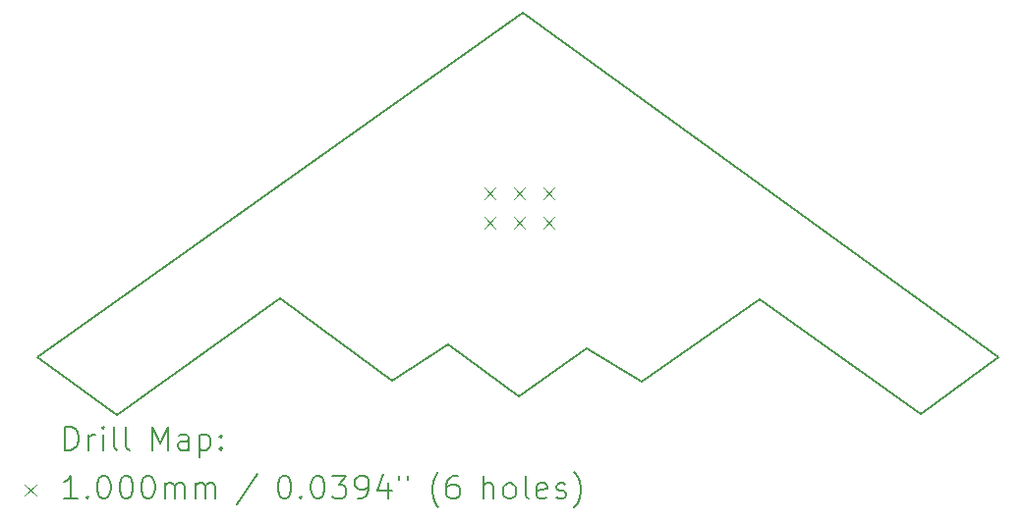
<source format=gbr>
%FSLAX45Y45*%
G04 Gerber Fmt 4.5, Leading zero omitted, Abs format (unit mm)*
G04 Created by KiCad (PCBNEW (6.99.0-2103-gdc6c27b686)) date 2022-07-02 10:55:50*
%MOMM*%
%LPD*%
G01*
G04 APERTURE LIST*
%TA.AperFunction,Profile*%
%ADD10C,0.140000*%
%TD*%
%ADD11C,0.200000*%
%ADD12C,0.100000*%
G04 APERTURE END LIST*
D10*
X18610406Y-9411859D02*
X17941049Y-9906109D01*
X16548675Y-8917608D01*
X15540404Y-9626504D01*
X15063100Y-9338427D01*
X14478472Y-9750773D01*
X13865602Y-9301712D01*
X13388298Y-9618031D01*
X12419567Y-8906311D01*
X11015896Y-9914582D01*
X10329594Y-9414682D01*
X14512185Y-6445418D01*
X18610406Y-9411859D01*
D11*
D12*
X14177500Y-7950000D02*
X14277500Y-8050000D01*
X14277500Y-7950000D02*
X14177500Y-8050000D01*
X14177500Y-8204000D02*
X14277500Y-8304000D01*
X14277500Y-8204000D02*
X14177500Y-8304000D01*
X14431500Y-7950000D02*
X14531500Y-8050000D01*
X14531500Y-7950000D02*
X14431500Y-8050000D01*
X14431500Y-8204000D02*
X14531500Y-8304000D01*
X14531500Y-8204000D02*
X14431500Y-8304000D01*
X14685500Y-7950000D02*
X14785500Y-8050000D01*
X14785500Y-7950000D02*
X14685500Y-8050000D01*
X14685500Y-8204000D02*
X14785500Y-8304000D01*
X14785500Y-8204000D02*
X14685500Y-8304000D01*
D11*
X10570213Y-10215058D02*
X10570213Y-10015058D01*
X10570213Y-10015058D02*
X10617832Y-10015058D01*
X10617832Y-10015058D02*
X10646404Y-10024582D01*
X10646404Y-10024582D02*
X10665451Y-10043629D01*
X10665451Y-10043629D02*
X10674975Y-10062677D01*
X10674975Y-10062677D02*
X10684499Y-10100772D01*
X10684499Y-10100772D02*
X10684499Y-10129343D01*
X10684499Y-10129343D02*
X10674975Y-10167439D01*
X10674975Y-10167439D02*
X10665451Y-10186486D01*
X10665451Y-10186486D02*
X10646404Y-10205534D01*
X10646404Y-10205534D02*
X10617832Y-10215058D01*
X10617832Y-10215058D02*
X10570213Y-10215058D01*
X10770213Y-10215058D02*
X10770213Y-10081724D01*
X10770213Y-10119820D02*
X10779737Y-10100772D01*
X10779737Y-10100772D02*
X10789261Y-10091248D01*
X10789261Y-10091248D02*
X10808309Y-10081724D01*
X10808309Y-10081724D02*
X10827356Y-10081724D01*
X10894023Y-10215058D02*
X10894023Y-10081724D01*
X10894023Y-10015058D02*
X10884499Y-10024582D01*
X10884499Y-10024582D02*
X10894023Y-10034105D01*
X10894023Y-10034105D02*
X10903547Y-10024582D01*
X10903547Y-10024582D02*
X10894023Y-10015058D01*
X10894023Y-10015058D02*
X10894023Y-10034105D01*
X11017832Y-10215058D02*
X10998785Y-10205534D01*
X10998785Y-10205534D02*
X10989261Y-10186486D01*
X10989261Y-10186486D02*
X10989261Y-10015058D01*
X11122594Y-10215058D02*
X11103547Y-10205534D01*
X11103547Y-10205534D02*
X11094023Y-10186486D01*
X11094023Y-10186486D02*
X11094023Y-10015058D01*
X11318785Y-10215058D02*
X11318785Y-10015058D01*
X11318785Y-10015058D02*
X11385451Y-10157915D01*
X11385451Y-10157915D02*
X11452118Y-10015058D01*
X11452118Y-10015058D02*
X11452118Y-10215058D01*
X11633070Y-10215058D02*
X11633070Y-10110296D01*
X11633070Y-10110296D02*
X11623547Y-10091248D01*
X11623547Y-10091248D02*
X11604499Y-10081724D01*
X11604499Y-10081724D02*
X11566404Y-10081724D01*
X11566404Y-10081724D02*
X11547356Y-10091248D01*
X11633070Y-10205534D02*
X11614023Y-10215058D01*
X11614023Y-10215058D02*
X11566404Y-10215058D01*
X11566404Y-10215058D02*
X11547356Y-10205534D01*
X11547356Y-10205534D02*
X11537832Y-10186486D01*
X11537832Y-10186486D02*
X11537832Y-10167439D01*
X11537832Y-10167439D02*
X11547356Y-10148391D01*
X11547356Y-10148391D02*
X11566404Y-10138867D01*
X11566404Y-10138867D02*
X11614023Y-10138867D01*
X11614023Y-10138867D02*
X11633070Y-10129343D01*
X11728308Y-10081724D02*
X11728308Y-10281724D01*
X11728308Y-10091248D02*
X11747356Y-10081724D01*
X11747356Y-10081724D02*
X11785451Y-10081724D01*
X11785451Y-10081724D02*
X11804499Y-10091248D01*
X11804499Y-10091248D02*
X11814023Y-10100772D01*
X11814023Y-10100772D02*
X11823547Y-10119820D01*
X11823547Y-10119820D02*
X11823547Y-10176962D01*
X11823547Y-10176962D02*
X11814023Y-10196010D01*
X11814023Y-10196010D02*
X11804499Y-10205534D01*
X11804499Y-10205534D02*
X11785451Y-10215058D01*
X11785451Y-10215058D02*
X11747356Y-10215058D01*
X11747356Y-10215058D02*
X11728308Y-10205534D01*
X11909261Y-10196010D02*
X11918785Y-10205534D01*
X11918785Y-10205534D02*
X11909261Y-10215058D01*
X11909261Y-10215058D02*
X11899737Y-10205534D01*
X11899737Y-10205534D02*
X11909261Y-10196010D01*
X11909261Y-10196010D02*
X11909261Y-10215058D01*
X11909261Y-10091248D02*
X11918785Y-10100772D01*
X11918785Y-10100772D02*
X11909261Y-10110296D01*
X11909261Y-10110296D02*
X11899737Y-10100772D01*
X11899737Y-10100772D02*
X11909261Y-10091248D01*
X11909261Y-10091248D02*
X11909261Y-10110296D01*
D12*
X10222594Y-10511582D02*
X10322594Y-10611582D01*
X10322594Y-10511582D02*
X10222594Y-10611582D01*
D11*
X10674975Y-10635058D02*
X10560690Y-10635058D01*
X10617832Y-10635058D02*
X10617832Y-10435058D01*
X10617832Y-10435058D02*
X10598785Y-10463629D01*
X10598785Y-10463629D02*
X10579737Y-10482677D01*
X10579737Y-10482677D02*
X10560690Y-10492201D01*
X10760690Y-10616010D02*
X10770213Y-10625534D01*
X10770213Y-10625534D02*
X10760690Y-10635058D01*
X10760690Y-10635058D02*
X10751166Y-10625534D01*
X10751166Y-10625534D02*
X10760690Y-10616010D01*
X10760690Y-10616010D02*
X10760690Y-10635058D01*
X10894023Y-10435058D02*
X10913071Y-10435058D01*
X10913071Y-10435058D02*
X10932118Y-10444582D01*
X10932118Y-10444582D02*
X10941642Y-10454105D01*
X10941642Y-10454105D02*
X10951166Y-10473153D01*
X10951166Y-10473153D02*
X10960690Y-10511248D01*
X10960690Y-10511248D02*
X10960690Y-10558867D01*
X10960690Y-10558867D02*
X10951166Y-10596962D01*
X10951166Y-10596962D02*
X10941642Y-10616010D01*
X10941642Y-10616010D02*
X10932118Y-10625534D01*
X10932118Y-10625534D02*
X10913071Y-10635058D01*
X10913071Y-10635058D02*
X10894023Y-10635058D01*
X10894023Y-10635058D02*
X10874975Y-10625534D01*
X10874975Y-10625534D02*
X10865451Y-10616010D01*
X10865451Y-10616010D02*
X10855928Y-10596962D01*
X10855928Y-10596962D02*
X10846404Y-10558867D01*
X10846404Y-10558867D02*
X10846404Y-10511248D01*
X10846404Y-10511248D02*
X10855928Y-10473153D01*
X10855928Y-10473153D02*
X10865451Y-10454105D01*
X10865451Y-10454105D02*
X10874975Y-10444582D01*
X10874975Y-10444582D02*
X10894023Y-10435058D01*
X11084499Y-10435058D02*
X11103547Y-10435058D01*
X11103547Y-10435058D02*
X11122594Y-10444582D01*
X11122594Y-10444582D02*
X11132118Y-10454105D01*
X11132118Y-10454105D02*
X11141642Y-10473153D01*
X11141642Y-10473153D02*
X11151166Y-10511248D01*
X11151166Y-10511248D02*
X11151166Y-10558867D01*
X11151166Y-10558867D02*
X11141642Y-10596962D01*
X11141642Y-10596962D02*
X11132118Y-10616010D01*
X11132118Y-10616010D02*
X11122594Y-10625534D01*
X11122594Y-10625534D02*
X11103547Y-10635058D01*
X11103547Y-10635058D02*
X11084499Y-10635058D01*
X11084499Y-10635058D02*
X11065451Y-10625534D01*
X11065451Y-10625534D02*
X11055928Y-10616010D01*
X11055928Y-10616010D02*
X11046404Y-10596962D01*
X11046404Y-10596962D02*
X11036880Y-10558867D01*
X11036880Y-10558867D02*
X11036880Y-10511248D01*
X11036880Y-10511248D02*
X11046404Y-10473153D01*
X11046404Y-10473153D02*
X11055928Y-10454105D01*
X11055928Y-10454105D02*
X11065451Y-10444582D01*
X11065451Y-10444582D02*
X11084499Y-10435058D01*
X11274975Y-10435058D02*
X11294023Y-10435058D01*
X11294023Y-10435058D02*
X11313070Y-10444582D01*
X11313070Y-10444582D02*
X11322594Y-10454105D01*
X11322594Y-10454105D02*
X11332118Y-10473153D01*
X11332118Y-10473153D02*
X11341642Y-10511248D01*
X11341642Y-10511248D02*
X11341642Y-10558867D01*
X11341642Y-10558867D02*
X11332118Y-10596962D01*
X11332118Y-10596962D02*
X11322594Y-10616010D01*
X11322594Y-10616010D02*
X11313070Y-10625534D01*
X11313070Y-10625534D02*
X11294023Y-10635058D01*
X11294023Y-10635058D02*
X11274975Y-10635058D01*
X11274975Y-10635058D02*
X11255928Y-10625534D01*
X11255928Y-10625534D02*
X11246404Y-10616010D01*
X11246404Y-10616010D02*
X11236880Y-10596962D01*
X11236880Y-10596962D02*
X11227356Y-10558867D01*
X11227356Y-10558867D02*
X11227356Y-10511248D01*
X11227356Y-10511248D02*
X11236880Y-10473153D01*
X11236880Y-10473153D02*
X11246404Y-10454105D01*
X11246404Y-10454105D02*
X11255928Y-10444582D01*
X11255928Y-10444582D02*
X11274975Y-10435058D01*
X11427356Y-10635058D02*
X11427356Y-10501724D01*
X11427356Y-10520772D02*
X11436880Y-10511248D01*
X11436880Y-10511248D02*
X11455928Y-10501724D01*
X11455928Y-10501724D02*
X11484499Y-10501724D01*
X11484499Y-10501724D02*
X11503547Y-10511248D01*
X11503547Y-10511248D02*
X11513070Y-10530296D01*
X11513070Y-10530296D02*
X11513070Y-10635058D01*
X11513070Y-10530296D02*
X11522594Y-10511248D01*
X11522594Y-10511248D02*
X11541642Y-10501724D01*
X11541642Y-10501724D02*
X11570213Y-10501724D01*
X11570213Y-10501724D02*
X11589261Y-10511248D01*
X11589261Y-10511248D02*
X11598785Y-10530296D01*
X11598785Y-10530296D02*
X11598785Y-10635058D01*
X11694023Y-10635058D02*
X11694023Y-10501724D01*
X11694023Y-10520772D02*
X11703547Y-10511248D01*
X11703547Y-10511248D02*
X11722594Y-10501724D01*
X11722594Y-10501724D02*
X11751166Y-10501724D01*
X11751166Y-10501724D02*
X11770213Y-10511248D01*
X11770213Y-10511248D02*
X11779737Y-10530296D01*
X11779737Y-10530296D02*
X11779737Y-10635058D01*
X11779737Y-10530296D02*
X11789261Y-10511248D01*
X11789261Y-10511248D02*
X11808309Y-10501724D01*
X11808309Y-10501724D02*
X11836880Y-10501724D01*
X11836880Y-10501724D02*
X11855928Y-10511248D01*
X11855928Y-10511248D02*
X11865451Y-10530296D01*
X11865451Y-10530296D02*
X11865451Y-10635058D01*
X12223547Y-10425534D02*
X12052118Y-10682677D01*
X12448309Y-10435058D02*
X12467356Y-10435058D01*
X12467356Y-10435058D02*
X12486404Y-10444582D01*
X12486404Y-10444582D02*
X12495928Y-10454105D01*
X12495928Y-10454105D02*
X12505451Y-10473153D01*
X12505451Y-10473153D02*
X12514975Y-10511248D01*
X12514975Y-10511248D02*
X12514975Y-10558867D01*
X12514975Y-10558867D02*
X12505451Y-10596962D01*
X12505451Y-10596962D02*
X12495928Y-10616010D01*
X12495928Y-10616010D02*
X12486404Y-10625534D01*
X12486404Y-10625534D02*
X12467356Y-10635058D01*
X12467356Y-10635058D02*
X12448309Y-10635058D01*
X12448309Y-10635058D02*
X12429261Y-10625534D01*
X12429261Y-10625534D02*
X12419737Y-10616010D01*
X12419737Y-10616010D02*
X12410213Y-10596962D01*
X12410213Y-10596962D02*
X12400690Y-10558867D01*
X12400690Y-10558867D02*
X12400690Y-10511248D01*
X12400690Y-10511248D02*
X12410213Y-10473153D01*
X12410213Y-10473153D02*
X12419737Y-10454105D01*
X12419737Y-10454105D02*
X12429261Y-10444582D01*
X12429261Y-10444582D02*
X12448309Y-10435058D01*
X12600690Y-10616010D02*
X12610213Y-10625534D01*
X12610213Y-10625534D02*
X12600690Y-10635058D01*
X12600690Y-10635058D02*
X12591166Y-10625534D01*
X12591166Y-10625534D02*
X12600690Y-10616010D01*
X12600690Y-10616010D02*
X12600690Y-10635058D01*
X12734023Y-10435058D02*
X12753071Y-10435058D01*
X12753071Y-10435058D02*
X12772118Y-10444582D01*
X12772118Y-10444582D02*
X12781642Y-10454105D01*
X12781642Y-10454105D02*
X12791166Y-10473153D01*
X12791166Y-10473153D02*
X12800690Y-10511248D01*
X12800690Y-10511248D02*
X12800690Y-10558867D01*
X12800690Y-10558867D02*
X12791166Y-10596962D01*
X12791166Y-10596962D02*
X12781642Y-10616010D01*
X12781642Y-10616010D02*
X12772118Y-10625534D01*
X12772118Y-10625534D02*
X12753071Y-10635058D01*
X12753071Y-10635058D02*
X12734023Y-10635058D01*
X12734023Y-10635058D02*
X12714975Y-10625534D01*
X12714975Y-10625534D02*
X12705451Y-10616010D01*
X12705451Y-10616010D02*
X12695928Y-10596962D01*
X12695928Y-10596962D02*
X12686404Y-10558867D01*
X12686404Y-10558867D02*
X12686404Y-10511248D01*
X12686404Y-10511248D02*
X12695928Y-10473153D01*
X12695928Y-10473153D02*
X12705451Y-10454105D01*
X12705451Y-10454105D02*
X12714975Y-10444582D01*
X12714975Y-10444582D02*
X12734023Y-10435058D01*
X12867356Y-10435058D02*
X12991166Y-10435058D01*
X12991166Y-10435058D02*
X12924499Y-10511248D01*
X12924499Y-10511248D02*
X12953071Y-10511248D01*
X12953071Y-10511248D02*
X12972118Y-10520772D01*
X12972118Y-10520772D02*
X12981642Y-10530296D01*
X12981642Y-10530296D02*
X12991166Y-10549343D01*
X12991166Y-10549343D02*
X12991166Y-10596962D01*
X12991166Y-10596962D02*
X12981642Y-10616010D01*
X12981642Y-10616010D02*
X12972118Y-10625534D01*
X12972118Y-10625534D02*
X12953071Y-10635058D01*
X12953071Y-10635058D02*
X12895928Y-10635058D01*
X12895928Y-10635058D02*
X12876880Y-10625534D01*
X12876880Y-10625534D02*
X12867356Y-10616010D01*
X13086404Y-10635058D02*
X13124499Y-10635058D01*
X13124499Y-10635058D02*
X13143547Y-10625534D01*
X13143547Y-10625534D02*
X13153071Y-10616010D01*
X13153071Y-10616010D02*
X13172118Y-10587439D01*
X13172118Y-10587439D02*
X13181642Y-10549343D01*
X13181642Y-10549343D02*
X13181642Y-10473153D01*
X13181642Y-10473153D02*
X13172118Y-10454105D01*
X13172118Y-10454105D02*
X13162594Y-10444582D01*
X13162594Y-10444582D02*
X13143547Y-10435058D01*
X13143547Y-10435058D02*
X13105451Y-10435058D01*
X13105451Y-10435058D02*
X13086404Y-10444582D01*
X13086404Y-10444582D02*
X13076880Y-10454105D01*
X13076880Y-10454105D02*
X13067356Y-10473153D01*
X13067356Y-10473153D02*
X13067356Y-10520772D01*
X13067356Y-10520772D02*
X13076880Y-10539820D01*
X13076880Y-10539820D02*
X13086404Y-10549343D01*
X13086404Y-10549343D02*
X13105451Y-10558867D01*
X13105451Y-10558867D02*
X13143547Y-10558867D01*
X13143547Y-10558867D02*
X13162594Y-10549343D01*
X13162594Y-10549343D02*
X13172118Y-10539820D01*
X13172118Y-10539820D02*
X13181642Y-10520772D01*
X13353071Y-10501724D02*
X13353071Y-10635058D01*
X13305451Y-10425534D02*
X13257832Y-10568391D01*
X13257832Y-10568391D02*
X13381642Y-10568391D01*
X13448309Y-10435058D02*
X13448309Y-10473153D01*
X13524499Y-10435058D02*
X13524499Y-10473153D01*
X13787356Y-10711248D02*
X13777832Y-10701724D01*
X13777832Y-10701724D02*
X13758785Y-10673153D01*
X13758785Y-10673153D02*
X13749261Y-10654105D01*
X13749261Y-10654105D02*
X13739737Y-10625534D01*
X13739737Y-10625534D02*
X13730213Y-10577915D01*
X13730213Y-10577915D02*
X13730213Y-10539820D01*
X13730213Y-10539820D02*
X13739737Y-10492201D01*
X13739737Y-10492201D02*
X13749261Y-10463629D01*
X13749261Y-10463629D02*
X13758785Y-10444582D01*
X13758785Y-10444582D02*
X13777832Y-10416010D01*
X13777832Y-10416010D02*
X13787356Y-10406486D01*
X13949261Y-10435058D02*
X13911166Y-10435058D01*
X13911166Y-10435058D02*
X13892118Y-10444582D01*
X13892118Y-10444582D02*
X13882594Y-10454105D01*
X13882594Y-10454105D02*
X13863547Y-10482677D01*
X13863547Y-10482677D02*
X13854023Y-10520772D01*
X13854023Y-10520772D02*
X13854023Y-10596962D01*
X13854023Y-10596962D02*
X13863547Y-10616010D01*
X13863547Y-10616010D02*
X13873071Y-10625534D01*
X13873071Y-10625534D02*
X13892118Y-10635058D01*
X13892118Y-10635058D02*
X13930213Y-10635058D01*
X13930213Y-10635058D02*
X13949261Y-10625534D01*
X13949261Y-10625534D02*
X13958785Y-10616010D01*
X13958785Y-10616010D02*
X13968309Y-10596962D01*
X13968309Y-10596962D02*
X13968309Y-10549343D01*
X13968309Y-10549343D02*
X13958785Y-10530296D01*
X13958785Y-10530296D02*
X13949261Y-10520772D01*
X13949261Y-10520772D02*
X13930213Y-10511248D01*
X13930213Y-10511248D02*
X13892118Y-10511248D01*
X13892118Y-10511248D02*
X13873071Y-10520772D01*
X13873071Y-10520772D02*
X13863547Y-10530296D01*
X13863547Y-10530296D02*
X13854023Y-10549343D01*
X14174023Y-10635058D02*
X14174023Y-10435058D01*
X14259737Y-10635058D02*
X14259737Y-10530296D01*
X14259737Y-10530296D02*
X14250213Y-10511248D01*
X14250213Y-10511248D02*
X14231166Y-10501724D01*
X14231166Y-10501724D02*
X14202594Y-10501724D01*
X14202594Y-10501724D02*
X14183547Y-10511248D01*
X14183547Y-10511248D02*
X14174023Y-10520772D01*
X14383547Y-10635058D02*
X14364499Y-10625534D01*
X14364499Y-10625534D02*
X14354975Y-10616010D01*
X14354975Y-10616010D02*
X14345452Y-10596962D01*
X14345452Y-10596962D02*
X14345452Y-10539820D01*
X14345452Y-10539820D02*
X14354975Y-10520772D01*
X14354975Y-10520772D02*
X14364499Y-10511248D01*
X14364499Y-10511248D02*
X14383547Y-10501724D01*
X14383547Y-10501724D02*
X14412118Y-10501724D01*
X14412118Y-10501724D02*
X14431166Y-10511248D01*
X14431166Y-10511248D02*
X14440690Y-10520772D01*
X14440690Y-10520772D02*
X14450213Y-10539820D01*
X14450213Y-10539820D02*
X14450213Y-10596962D01*
X14450213Y-10596962D02*
X14440690Y-10616010D01*
X14440690Y-10616010D02*
X14431166Y-10625534D01*
X14431166Y-10625534D02*
X14412118Y-10635058D01*
X14412118Y-10635058D02*
X14383547Y-10635058D01*
X14564499Y-10635058D02*
X14545452Y-10625534D01*
X14545452Y-10625534D02*
X14535928Y-10606486D01*
X14535928Y-10606486D02*
X14535928Y-10435058D01*
X14716880Y-10625534D02*
X14697833Y-10635058D01*
X14697833Y-10635058D02*
X14659737Y-10635058D01*
X14659737Y-10635058D02*
X14640690Y-10625534D01*
X14640690Y-10625534D02*
X14631166Y-10606486D01*
X14631166Y-10606486D02*
X14631166Y-10530296D01*
X14631166Y-10530296D02*
X14640690Y-10511248D01*
X14640690Y-10511248D02*
X14659737Y-10501724D01*
X14659737Y-10501724D02*
X14697833Y-10501724D01*
X14697833Y-10501724D02*
X14716880Y-10511248D01*
X14716880Y-10511248D02*
X14726404Y-10530296D01*
X14726404Y-10530296D02*
X14726404Y-10549343D01*
X14726404Y-10549343D02*
X14631166Y-10568391D01*
X14802594Y-10625534D02*
X14821642Y-10635058D01*
X14821642Y-10635058D02*
X14859737Y-10635058D01*
X14859737Y-10635058D02*
X14878785Y-10625534D01*
X14878785Y-10625534D02*
X14888309Y-10606486D01*
X14888309Y-10606486D02*
X14888309Y-10596962D01*
X14888309Y-10596962D02*
X14878785Y-10577915D01*
X14878785Y-10577915D02*
X14859737Y-10568391D01*
X14859737Y-10568391D02*
X14831166Y-10568391D01*
X14831166Y-10568391D02*
X14812118Y-10558867D01*
X14812118Y-10558867D02*
X14802594Y-10539820D01*
X14802594Y-10539820D02*
X14802594Y-10530296D01*
X14802594Y-10530296D02*
X14812118Y-10511248D01*
X14812118Y-10511248D02*
X14831166Y-10501724D01*
X14831166Y-10501724D02*
X14859737Y-10501724D01*
X14859737Y-10501724D02*
X14878785Y-10511248D01*
X14954975Y-10711248D02*
X14964499Y-10701724D01*
X14964499Y-10701724D02*
X14983547Y-10673153D01*
X14983547Y-10673153D02*
X14993071Y-10654105D01*
X14993071Y-10654105D02*
X15002594Y-10625534D01*
X15002594Y-10625534D02*
X15012118Y-10577915D01*
X15012118Y-10577915D02*
X15012118Y-10539820D01*
X15012118Y-10539820D02*
X15002594Y-10492201D01*
X15002594Y-10492201D02*
X14993071Y-10463629D01*
X14993071Y-10463629D02*
X14983547Y-10444582D01*
X14983547Y-10444582D02*
X14964499Y-10416010D01*
X14964499Y-10416010D02*
X14954975Y-10406486D01*
M02*

</source>
